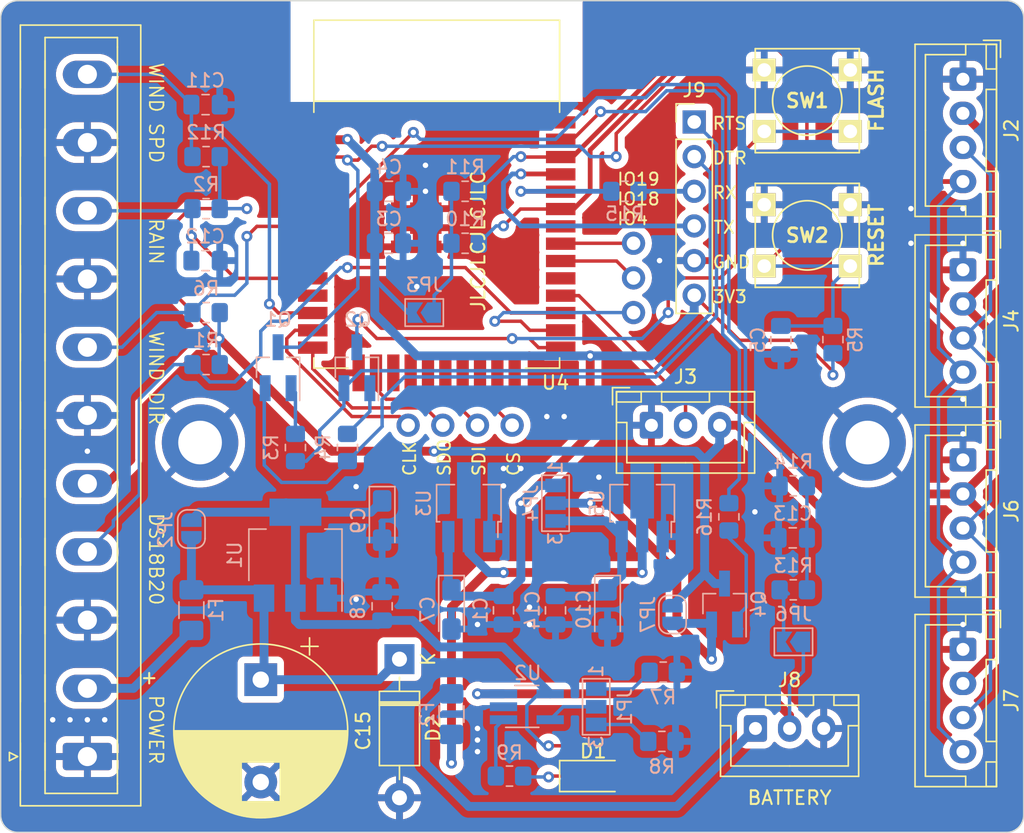
<source format=kicad_pcb>
(kicad_pcb (version 20221018) (generator pcbnew)
  (title_block (title "WeatherStation_V2") (date "2023-12-15") (rev "2.0") (company "Filada") (comment 1 "ESP32 Weather Station"))
  (layers (0 "F.Cu" signal) (31 "B.Cu" signal) (34 "B.Paste" user) (35 "F.Paste" user) (36 "B.SilkS" user "B.Silkscreen") (37 "F.SilkS" user "F.Silkscreen") (38 "B.Mask" user) (39 "F.Mask" user) (44 "Edge.Cuts" user))
  (net 0 "")
  (net 1 "+BATT")
  (net 2 "GND")
  (net 3 "+3.3V")
  (net 4 "/EN")
  (net 5 "Net-(D1-A)")
  (net 6 "VCC")
  (net 7 "/WIND_SPEED")
  (net 8 "/RAIN")
  (net 9 "/IO34")
  (net 10 "Net-(JP4-B)")
  (net 11 "Net-(D1-K)")
  (net 12 "Net-(J1-Pin_2)")
  (net 13 "/DS_DATA")
  (net 14 "/SDA")
  (net 15 "/SCL")
  (net 16 "/IO18")
  (net 17 "/IO19")
  (net 18 "/IO26")
  (net 19 "/IO32")
  (net 20 "/IO33")
  (net 21 "/DHT_DATA")
  (net 22 "/RTS")
  (net 23 "/DTR")
  (net 24 "/RX")
  (net 25 "/TX")
  (net 26 "+3V3")
  (net 27 "/WIND_DIRECTION")
  (net 28 "Net-(JP1-A)")
  (net 29 "Net-(JP1-C)")
  (net 30 "Net-(JP1-B)")
  (net 31 "Net-(JP4-C)")
  (net 32 "Net-(Q1-B)")
  (net 33 "Net-(Q2-B)")
  (net 34 "/IO0")
  (net 35 "Net-(Q4-B)")
  (net 36 "Net-(U2-~{CHRG})")
  (net 37 "Net-(U4-U0RXD{slash}GPIO3)")
  (net 38 "/SENSORS_SW")
  (net 41 "/CLK")
  (net 42 "/SDO")
  (net 43 "/SDI")
  (net 44 "/CS")
  (net 46 "/IO4")
  (net 48 "Net-(U3-VIN)")
  (net 49 "Net-(J8-Pin_1)")
  (net 50 "Net-(JP6-B)")
  (net 51 "Net-(JP3-A)")
  (footprint "Espressif:ESP32-WROOM-32E_HandSolder" (layer "F.Cu") (at 147.51 92.708964)
    (fp_text reference "U4")
    (fp_text value "ESP32-WROOM-E")
  )
  (footprint "Connector_JST:JST_XH_B3B-XH-A_1x03_P2.50mm_Vertical" (layer "F.Cu") (at 170.855 130.118964)
    (fp_text reference "J8")
    (fp_text value "BATTERY")
  )
  (footprint "Connector_PinHeader_2.54mm:PinHeader_1x03_P2.54mm_Vertical" (layer "F.Cu") (at 161.925 99.638964 180)
    (fp_text reference "GPIO1" hide)
    (fp_text value "Conn_01x03_Pin" hide)
  )
  (footprint "Connector_JST:JST_XH_B4B-XH-A_1x04_P2.50mm_Vertical" (layer "F.Cu") (at 186.055 82.533964 -90)
    (fp_text reference "J2")
    (fp_text value "I2C")
  )
  (footprint "Connector_JST:JST_XH_B4B-XH-A_1x04_P2.50mm_Vertical" (layer "F.Cu") (at 186.055 96.503964 -90)
    (fp_text reference "J4")
    (fp_text value "I2C")
  )
  (footprint "Diode_THT:D_DO-41_SOD81_P10.16mm_Horizontal" (layer "F.Cu") (at 144.78 125.038964 -90)
    (fp_text reference "D2")
    (fp_text value "1N4001")
  )
  (footprint "ScrewTerminal_Filada:ScrewTerminal_1x11_P5.00mm_Vertical" (layer "F.Cu") (at 121.92 132.178964 90)
    (fp_text reference "J1" hide)
    (fp_text value "Sensors + PWR")
  )
  (footprint "Mlab_SW:SW_PUSH_SMALL" (layer "F.Cu") (at 174.65 93.978964)
    (fp_text reference "SW2")
    (fp_text value "RESET")
  )
  (footprint "MountingHole:MountingHole_3.2mm_M3_DIN965_Pad" (layer "F.Cu") (at 179.07 109.163964)
    (fp_text reference "H1" hide)
    (fp_text value "MountingHole_Pad")
  )
  (footprint "Connector_JST:JST_XH_B4B-XH-A_1x04_P2.50mm_Vertical" (layer "F.Cu") (at 186.055 110.433964 -90)
    (fp_text reference "J6")
    (fp_text value "I2C")
  )
  (footprint "MountingHole:MountingHole_3.2mm_M3_DIN965_Pad" (layer "F.Cu") (at 130.175 109.163964)
    (fp_text reference "H2" hide)
    (fp_text value "MountingHole_Pad")
  )
  (footprint "Connector_JST:JST_XH_B3B-XH-A_1x03_P2.50mm_Vertical" (layer "F.Cu") (at 163.235 107.893964)
    (fp_text reference "J3")
    (fp_text value "DHT")
  )
  (footprint "Connector_PinHeader_2.54mm:PinHeader_1x06_P2.54mm_Vertical" (layer "F.Cu") (at 166.37 85.668964)
    (fp_text reference "J9")
    (fp_text value "PROG")
  )
  (footprint "LED_SMD:LED_1206_3216Metric_Pad1.42x1.75mm_HandSolder" (layer "F.Cu") (at 158.9725 133.608964)
    (fp_text reference "D1")
    (fp_text value "CHARGING")
  )
  (footprint "Mlab_SW:SW_PUSH_SMALL" (layer "F.Cu") (at 174.65 84.108964)
    (fp_text reference "SW1")
    (fp_text value "FLASH")
  )
  (footprint "Capacitor_THT:CP_Radial_D12.5mm_P7.50mm" (layer "F.Cu") (at 134.62 126.545005 -90)
    (fp_text reference "C15")
    (fp_text value "470uF")
  )
  (footprint "Connector_PinHeader_2.54mm:PinHeader_1x04_P2.54mm_Vertical" (layer "F.Cu") (at 153.035 107.893964 -90)
    (fp_text reference "J5" hide)
    (fp_text value "GPIO2" hide)
  )
  (footprint "Connector_JST:JST_XH_B4B-XH-A_1x04_P2.50mm_Vertical" (layer "F.Cu") (at 186.055 124.323964 -90)
    (fp_text reference "J7")
    (fp_text value "I2C")
  )
  (footprint "Resistor_SMD:R_0805_2012Metric_Pad1.20x1.40mm_HandSolder" (layer "B.Cu") (at 140.97 109.528964 -90)
    (fp_text reference "R4")
    (fp_text value "10K")
  )
  (footprint "Resistor_SMD:R_0805_2012Metric_Pad1.20x1.40mm_HandSolder" (layer "B.Cu") (at 164.1 125.988964)
    (fp_text reference "R7")
    (fp_text value "3K3")
  )
  (footprint "Capacitor_SMD:C_0805_2012Metric_Pad1.18x1.45mm_HandSolder" (layer "B.Cu") (at 130.5775 95.828964)
    (fp_text reference "C12")
    (fp_text value "10pF")
  )
  (footprint "Resistor_SMD:R_0805_2012Metric_Pad1.20x1.40mm_HandSolder" (layer "B.Cu") (at 173.625 119.958964)
    (fp_text reference "R13")
    (fp_text value "33K")
  )
  (footprint "Capacitor_Tantalum_SMD:CP_EIA-3216-18_Kemet-A_Pad1.58x1.35mm_HandSolder" (layer "B.Cu") (at 160.02 121.396464 -90)
    (fp_text reference "C10")
    (fp_text value "47uF")
  )
  (footprint "Package_TO_SOT_SMD:SOT-23_Handsoldering" (layer "B.Cu") (at 141.66 103.678964 90)
    (fp_text reference "Q2")
    (fp_text value "BC817")
  )
  (footprint "Resistor_SMD:R_0805_2012Metric_Pad1.20x1.40mm_HandSolder" (layer "B.Cu") (at 176.53 101.618964 90)
    (fp_text reference "R5")
    (fp_text value "10K")
  )
  (footprint "Package_TO_SOT_SMD:SOT-89-3_Handsoldering" (layer "B.Cu") (at 162.56 113.608964 90)
    (fp_text reference "U5")
    (fp_text value "HT7833-SOT89")
  )
  (footprint "Capacitor_SMD:C_0805_2012Metric_Pad1.18x1.45mm_HandSolder" (layer "B.Cu") (at 156.21 121.461464 -90)
    (fp_text reference "C14")
    (fp_text value "100nF")
  )
  (footprint "Resistor_SMD:R_0805_2012Metric_Pad1.20x1.40mm_HandSolder" (layer "B.Cu") (at 152.84 133.608964 180)
    (fp_text reference "R9")
    (fp_text value "1K")
  )
  (footprint "Resistor_SMD:R_0805_2012Metric_Pad1.20x1.40mm_HandSolder" (layer "B.Cu") (at 137.16 109.528964 -90)
    (fp_text reference "R3")
    (fp_text value "10K")
  )
  (footprint "Package_TO_SOT_SMD:SOT-89-3_Handsoldering" (layer "B.Cu") (at 149.86 113.608964 90)
    (fp_text reference "U3")
    (fp_text value "HT7833-SOT89")
  )
  (footprint "Capacitor_SMD:C_0805_2012Metric_Pad1.18x1.45mm_HandSolder" (layer "B.Cu") (at 173.5875 116.148964 180)
    (fp_text reference "C13")
    (fp_text value "100nF")
  )
  (footprint "Package_TO_SOT_SMD:TSOT-23-5_HandSoldering" (layer "B.Cu") (at 154.11 128.528964)
    (fp_text reference "U2")
    (fp_text value "TP4054")
  )
  (footprint "Resistor_SMD:R_0805_2012Metric_Pad1.20x1.40mm_HandSolder" (layer "B.Cu") (at 161.29 90.748964)
    (fp_text reference "R15")
    (fp_text value "470R")
  )
  (footprint "Capacitor_SMD:C_0805_2012Metric_Pad1.18x1.45mm_HandSolder" (layer "B.Cu") (at 130.5775 84.398964)
    (fp_text reference "C11")
    (fp_text value "10pF")
  )
  (footprint "Capacitor_SMD:C_0805_2012Metric_Pad1.18x1.45mm_HandSolder" (layer "B.Cu") (at 144.0075 90.748964)
    (fp_text reference "C4")
    (fp_text value "22uF")
  )
  (footprint "Jumper:SolderJumper-3_P1.3mm_Open_Pad1.0x1.5mm_NumberLabels" (layer "B.Cu") (at 156.21 113.608964 -90)
    (fp_text reference "JP4")
    (fp_text value "PWR_SELECT")
  )
  (footprint "Jumper:SolderJumper-3_P1.3mm_Open_Pad1.0x1.5mm_NumberLabels" (layer "B.Cu") (at 159.19 128.528964 -90)
    (fp_text reference "JP1")
    (fp_text value "CH_CURRENT")
  )
  (footprint "Fuse:Fuse_1206_3216Metric_Pad1.42x1.75mm_HandSolder" (layer "B.Cu") (at 148.59 129.066464 -90)
    (fp_text reference "F2")
    (fp_text value "0,5A")
  )
  (footprint "Capacitor_SMD:C_0805_2012Metric_Pad1.18x1.45mm_HandSolder" (layer "B.Cu") (at 152.4 121.461464 -90)
    (fp_text reference "C1")
    (fp_text value "100nF")
  )
  (footprint "Resistor_SMD:R_0805_2012Metric_Pad1.20x1.40mm_HandSolder" (layer "B.Cu") (at 173.625 112.338964 180)
    (fp_text reference "R14")
    (fp_text value "100K")
  )
  (footprint "Jumper:SolderJumper-2_P1.3mm_Open_RoundedPad1.0x1.5mm" (layer "B.Cu") (at 164.78 121.768964 -90)
    (fp_text reference "JP7")
    (fp_text value "6V SOLAR")
  )
  (footprint "Resistor_SMD:R_0805_2012Metric_Pad1.20x1.40mm_HandSolder" (layer "B.Cu") (at 164 131.068964)
    (fp_text reference "R8")
    (fp_text value "1K65")
  )
  (footprint "Jumper:SolderJumper-2_P1.3mm_Open_TrianglePad1.0x1.5mm" (layer "B.Cu") (at 146.595 99.638964 180)
    (fp_text reference "JP3")
    (fp_text value "I2C_PULLUPS")
  )
  (footprint "Resistor_SMD:R_0805_2012Metric_Pad1.20x1.40mm_HandSolder" (layer "B.Cu") (at 130.615 99.638964 180)
    (fp_text reference "R6")
    (fp_text value "10K")
  )
  (footprint "Resistor_SMD:R_0805_2012Metric_Pad1.20x1.40mm_HandSolder" (layer "B.Cu") (at 130.615 92.018964 180)
    (fp_text reference "R2")
    (fp_text value "1K")
  )
  (footprint "Capacitor_Tantalum_SMD:CP_EIA-3216-18_Kemet-A_Pad1.58x1.35mm_HandSolder" (layer "B.Cu") (at 148.59 121.396464 -90)
    (fp_text reference "C7")
    (fp_text value "47uF")
  )
  (footprint "Resistor_SMD:R_0805_2012Metric_Pad1.20x1.40mm_HandSolder" (layer "B.Cu") (at 149.59 90.748964)
    (fp_text reference "R11")
    (fp_text value "10K")
  )
  (footprint "Capacitor_SMD:C_0805_2012Metric_Pad1.18x1.45mm_HandSolder" (layer "B.Cu") (at 143.51 121.163964 90)
    (fp_text reference "C8")
    (fp_text value "100nF")
  )
  (footprint "Resistor_SMD:R_0805_2012Metric_Pad1.20x1.40mm_HandSolder" (layer "B.Cu") (at 130.615 88.208964 180)
    (fp_text reference "R12")
    (fp_text value "1K")
  )
  (footprint "Resistor_SMD:R_0805_2012Metric_Pad1.20x1.40mm_HandSolder" (layer "B.Cu") (at 149.59 94.558964)
    (fp_text reference "R10")
    (fp_text value "10K")
  )
  (footprint "Fuse:Fuse_1206_3216Metric_Pad1.42x1.75mm_HandSolder" (layer "B.Cu") (at 129.54 121.446464 90)
    (fp_text reference "F1")
    (fp_text value "0,5A")
  )
  (footprint "Resistor_SMD:R_0805_2012Metric_Pad1.20x1.40mm_HandSolder" (layer "B.Cu") (at 168.91 114.608964 -90)
    (fp_text reference "R16")
    (fp_text value "1K")
  )
  (footprint "Jumper:SolderJumper-2_P1.3mm_Open_TrianglePad1.0x1.5mm" (layer "B.Cu") (at 173.640118 123.768964 180)
    (fp_text reference "JP6")
    (fp_text value "ADC-BAT")
  )
  (footprint "Capacitor_Tantalum_SMD:CP_EIA-3216-18_Kemet-A_Pad1.58x1.35mm_HandSolder" (layer "B.Cu") (at 143.51 114.878964 -90)
    (fp_text reference "C9")
    (fp_text value "47uF")
  )
  (footprint "Package_TO_SOT_SMD:SOT-223-3_TabPin2" (layer "B.Cu") (at 137.16 117.418964 90)
    (fp_text reference "U1")
    (fp_text value "AMS1117-5.0")
  )
  (footprint "Package_TO_SOT_SMD:SOT-23_Handsoldering" (layer "B.Cu") (at 168.59 120.998964 90)
    (fp_text reference "Q4")
    (fp_text value "BC807")
  )
  (footprint "Resistor_SMD:R_0805_2012Metric_Pad1.20x1.40mm_HandSolder" (layer "B.Cu") (at 130.615 103.448964 180)
    (fp_text reference "R1")
    (fp_text value "4K7")
  )
  (footprint "Jumper:SolderJumper-2_P1.3mm_Open_RoundedPad1.0x1.5mm" (layer "B.Cu") (at 129.54 115.498964 90)
    (fp_text reference "JP2")
    (fp_text value "6V SOLAR")
  )
  (footprint "Capacitor_SMD:C_0805_2012Metric_Pad1.18x1.45mm_HandSolder" (layer "B.Cu") (at 144.0075 94.558964)
    (fp_text reference "C3")
    (fp_text value "100nF")
  )
  (footprint "Package_TO_SOT_SMD:SOT-23_Handsoldering" (layer "B.Cu") (at 135.89 103.678964 90)
    (fp_text reference "Q1")
    (fp_text value "BC817")
  )
  (footprint "Capacitor_SMD:C_0805_2012Metric_Pad1.18x1.45mm_HandSolder" (layer "B.Cu") (at 172.72 101.656464 -90)
    (fp_text reference "C5")
    (fp_text value "100nF")
  )
  (gr_arc (start 116.84 137.738964) (mid 115.941974 137.36699) (end 115.57 136.468964) (stroke (width 0.1)) (layer "Edge.Cuts"))
  (gr_line (start 116.84 137.738964) (end 189.23 137.738964) (stroke (width 0.1)) (layer "Edge.Cuts"))
  (gr_arc (start 190.5 136.468964) (mid 190.128026 137.36699) (end 189.23 137.738964) (stroke (width 0.1)) (layer "Edge.Cuts"))
  (gr_arc (start 115.57 78.048964) (mid 115.941974 77.150938) (end 116.84 76.778964) (stroke (width 0.1)) (layer "Edge.Cuts"))
  (gr_line (start 189.23 76.778964) (end 116.84 76.778964) (stroke (width 0.1)) (layer "Edge.Cuts"))
  (gr_line (start 115.57 78.048964) (end 115.57 136.468964) (stroke (width 0.1)) (layer "Edge.Cuts"))
  (gr_line (start 190.5 136.468964) (end 190.5 78.048964) (stroke (width 0.1)) (layer "Edge.Cuts"))
  (gr_arc (start 189.23 76.778964) (mid 190.128026 77.150938) (end 190.5 78.048964) (stroke (width 0.1)) (layer "Edge.Cuts"))
  (gr_text "DS18B20" (at 126.365 114.243964 -90) (layer "F.SilkS") (effects (font (size 1 1) (thickness 0.125)) (justify left bottom)))
  (gr_text "3V3" (at 167.64 99.003964) (layer "F.SilkS") (effects (font (size 0.9 0.9) (thickness 0.14)) (justify left bottom)))
  (gr_text "CLK" (at 146.05 111.703964 90) (layer "F.SilkS") (effects (font (size 0.9 0.9) (thickness 0.14)) (justify left bottom)))
  (gr_text "GND" (at 167.64 96.463964) (layer "F.SilkS") (effects (font (size 0.9 0.9) (thickness 0.14)) (justify left bottom)))
  (gr_text "RTS" (at 167.64 86.303964) (layer "F.SilkS") (effects (font (size 0.9 0.9) (thickness 0.14)) (justify left bottom)))
  (gr_text "DTR" (at 167.64 88.843964) (layer "F.SilkS") (effects (font (size 0.9 0.9) (thickness 0.14)) (justify left bottom)))
  (gr_text "SDI" (at 151.13 111.703964 90) (layer "F.SilkS") (effects (font (size 0.9 0.9) (thickness 0.14)) (justify left bottom)))
  (gr_text "JLCJLCJLCJLC" (at 151.13 99.638964 90) (layer "F.SilkS") (effects (font (size 1 1)) (justify left bottom)))
  (gr_text "TX" (at 167.7 93.923964) (layer "F.SilkS") (effects (font (size 0.9 0.9) (thickness 0.14)) (justify left bottom)))
  (gr_text "POWER" (at 126.365 127.578964 -90) (layer "F.SilkS") (effects (font (size 1 1) (thickness 0.125)) (justify left bottom)))
  (gr_text "SDO" (at 148.59 111.703964 90) (layer "F.SilkS") (effects (font (size 0.9 0.9) (thickness 0.14)) (justify left bottom)))
  (gr_text "BATTERY" (at 173.355 135.198964) (layer "F.SilkS") (effects (font (size 1 1))))
  (gr_text "+" (at 125.73 126.943964) (layer "F.SilkS") (effects (font (size 1 1)) (justify left bottom)))
  (gr_text "WIND DIR" (at 126.365 100.908964 -90) (layer "F.SilkS") (effects (font (size 1 1) (thickness 0.125)) (justify left bottom)))
  (gr_text "WIND SPD" (at 126.365 81.223964 -90) (layer "F.SilkS") (effects (font (size 1 1) (thickness 0.125)) (justify left bottom)))
  (gr_text "RX" (at 167.64 91.383964) (layer "F.SilkS") (effects (font (size 0.9 0.9) (thickness 0.14)) (justify left bottom)))
  (gr_text "IO19\nIO18\nIO4" (at 160.655 93.288964) (layer "F.SilkS") (effects (font (size 0.9 0.9) (thickness 0.14)) (justify left bottom)))
  (gr_text "CS" (at 153.67 111.703964 90) (layer "F.SilkS") (effects (font (size 0.9 0.9) (thickness 0.14)) (justify left bottom)))
  (gr_text "RAIN" (at 126.365 92.653964 -90) (layer "F.SilkS") (effects (font (size 1 1) (thickness 0.125)) (justify left bottom)))
  (segment (start 150.495 127.578964) (end 171.7675 127.578964) (width 0.65) (layer "F.Cu") (net 1))
  (segment (start 171.7675 127.578964) (end 173.355 129.166464) (width 0.65) (layer "F.Cu") (net 1))
  (segment (start 173.355 129.166464) (end 173.355 130.118964) (width 0.65) (layer "F.Cu") (net 1))
  (via (at 150.495 127.578964) (size 0.8) (drill 0.4) (layers "F.Cu" "B.Cu") (net 1))
  (segment (start 174.365118 125.933846) (end 174.365118 123.768964) (width 0.254) (layer "B.Cu") (net 1))
  (segment (start 173.355 126.943964) (end 173.355 130.118964) (width 0.254) (layer "B.Cu") (net 1))
  (segment (start 173.355 126.943964) (end 174.365118 125.933846) (width 0.254) (layer "B.Cu") (net 1))
  (segment (start 152.4 127.578964) (end 150.495 127.578964) (width 0.65) (layer "B.Cu") (net 1))
  (via (at 186.055 119.958964) (size 0.8) (drill 0.4) (layers "F.Cu" "B.Cu") (net 2))
  (via (at 146.05 97.733964) (size 0.8) (drill 0.4) (layers "F.Cu" "B.Cu") (net 2))
  (via (at 186.055 105.988964) (size 0.8) (drill 0.4) (layers "F.Cu" "B.Cu") (net 2))
  (via (at 182.245 94.558964) (size 0.8) (drill 0.4) (layers "F.Cu" "B.Cu") (net 2))
  (via (at 163.83 95.828964) (size 0.8) (drill 0.4) (layers "F.Cu" "B.Cu") (net 2))
  (via (at 186.055 108.528964) (size 0.8) (drill 0.4) (layers "F.Cu" "B.Cu") (net 2))
  (via (at 141.605 112.395) (size 0.8) (drill 0.4) (layers "F.Cu" "B.Cu") (net 2))
  (via (at 121.92 109.798964) (size 0.8) (drill 0.4) (layers "F.Cu" "B.Cu") (net 2))
  (via (at 123.19 129.483964) (size 0.8) (drill 0.4) (layers "F.Cu" "B.Cu") (net 2))
  (via (at 121.92 129.483964) (size 0.8) (drill 0.4) (layers "F.Cu" "B.Cu") (net 2))
  (via (at 155.575 107.258964) (size 0.8) (drill 0.4) (layers "F.Cu" "B.Cu") (net 2))
  (via (at 152.4 112.338964) (size 0.8) (drill 0.4) (layers "F.Cu" "B.Cu") (net 2))
  (via (at 120.65 129.483964) (size 0.8) (drill 0.4) (layers "F.Cu" "B.Cu") (net 2))
  (via (at 154.305 122.498964) (size 0.8) (drill 0.4) (layers "F.Cu" "B.Cu") (net 2))
  (via (at 150.495 130.968467) (size 0.8) (drill 0.4) (layers "F.Cu" "B.Cu") (net 2))
  (via (at 159.385 111.703964) (size 0.8) (drill 0.4) (layers "F.Cu" "B.Cu") (net 2))
  (via (at 154.305 121.228964) (size 0.8) (drill 0.4) (layers "F.Cu" "B.Cu") (net 2))
  (via (at 150.495 131.81797) (size 0.8) (drill 0.4) (layers "F.Cu" "B.Cu") (net 2))
  (via (at 150.495 130.118964) (size 0.8) (drill 0.4) (layers "F.Cu" "B.Cu") (net 2))
  (via (at 186.055 94.558964) (size 0.8) (drill 0.4) (layers "F.Cu" "B.Cu") (net 2))
  (via (at 141.605 120.65) (size 0.8) (drill 0.4) (layers "F.Cu" "B.Cu") (net 2))
  (via (at 152.4 111.068964) (size 0.8) (drill 0.4) (layers "F.Cu" "B.Cu") (net 2))
  (via (at 182.245 92.018964) (size 0.8) (drill 0.4) (layers "F.Cu" "B.Cu") (net 2))
  (via (at 146.685 90.748964) (size 0.8) (drill 0.4) (layers "F.Cu" "B.Cu") (net 2))
  (via (at 146.685 88.843964) (size 0.8) (drill 0.4) (layers "F.Cu" "B.Cu") (net 2))
  (via (at 153.67 111.068964) (size 0.8) (drill 0.4) (layers "F.Cu" "B.Cu") (net 2))
  (via (at 186.055 122.498964) (size 0.8) (drill 0.4) (layers "F.Cu" "B.Cu") (net 2))
  (via (at 119.38 129.483964) (size 0.8) (drill 0.4) (layers "F.Cu" "B.Cu") (net 2))
  (via (at 170.815 114.243964) (size 0.8) (drill 0.4) (layers "F.Cu" "B.Cu") (net 2))
  (via (at 186.055 92.018964) (size 0.8) (drill 0.4) (layers "F.Cu" "B.Cu") (net 2))
  (via (at 156.845 107.258964) (size 0.8) (drill 0.4) (layers "F.Cu" "B.Cu") (net 2))
  (via (at 150.495 122.498964) (size 0.8) (drill 0.4) (layers "F.Cu" "B.Cu") (net 2))
  (segment (start 172.899882 112.413964) (end 172.974882 112.338964) (width 0.254) (layer "B.Cu") (net 2))
  (segment (start 176.53 104.210964) (end 176.53 103.956964) (width 0.254) (layer "F.Cu") (net 3))
  (segment (start 158.75 108.528964) (end 158.75 102.813964) (width 0.65) (layer "F.Cu") (net 3))
  (segment (start 140.94 86.968964) (end 140.97 86.938964) (width 0.254) (layer "F.Cu") (net 3))
  (segment (start 174.244 101.670964) (end 169.672 101.670964) (width 0.254) (layer "F.Cu") (net 3))
  (segment (start 176.53 103.956964) (end 174.244 101.670964) (width 0.254) (layer "F.Cu") (net 3))
  (segment (start 169.672 101.670964) (end 166.37 98.368964) (width 0.254) (layer "F.Cu") (net 3))
  (segment (start 153.67 113.608964) (end 158.75 108.528964) (width 0.65) (layer "F.Cu") (net 3))
  (segment (start 138.43 86.968964) (end 140.94 86.968964) (width 0.65) (layer "F.Cu") (net 3))
  (via (at 140.97 86.938964) (size 0.8) (drill 0.4) (layers "F.Cu" "B.Cu") (net 3))
  (via (at 158.75 102.813964) (size 0.8) (drill 0.4) (layers "F.Cu" "B.Cu") (net 3))
  (via (at 153.67 113.608964) (size 0.8) (drill 0.4) (layers "F.Cu" "B.Cu") (net 3))
  (via (at 176.53 104.210964) (size 0.8) (drill 0.4) (layers "F.Cu" "B.Cu") (net 3))
  (segment (start 153.67 119.153964) (end 152.4 120.423964) (width 0.65) (layer "B.Cu") (net 3))
  (segment (start 142.97 90.748964) (end 142.97 88.938964) (width 0.65) (layer "B.Cu") (net 3))
  (segment (start 146.05 102.813964) (end 158.75 102.813964) (width 0.65) (layer "B.Cu") (net 3))
  (segment (start 153.67 113.728964) (end 153.67 113.728964) (width 0.65) (layer "B.Cu") (net 3))
  (segment (start 142.97 97.193964) (end 142.97 94.558964) (width 0.35) (layer "B.Cu") (net 3))
  (segment (start 142.97 90.748964) (end 142.97 94.558964) (width 0.65) (layer "B.Cu") (net 3))
  (segment (start 148.36 116.058964) (end 148.36 119.728964) (width 0.65) (layer "B.Cu") (net 3))
  (segment (start 163.195 102.813964) (end 166.37 99.638964) (width 0.65) (layer "B.Cu") (net 3))
  (segment (start 145.87 99.638964) (end 145.415 99.638964) (width 0.35) (layer "B.Cu") (net 3))
  (segment (start 166.37 99.638964) (end 166.37 98.368964) (width 0.65) (layer "B.Cu") (net 3))
  (segment (start 152.4 120.423964) (end 149.055 120.423964) (width 0.65) (layer "B.Cu") (net 3))
  (segment (start 148.36 119.728964) (end 148.59 119.958964) (width 0.65) (layer "B.Cu") (net 3))
  (segment (start 153.67 113.728964) (end 153.67 119.153964) (width 0.65) (layer "B.Cu") (net 3))
  (segment (start 156.21 112.308964) (end 154.97 112.308964) (width 0.65) (layer "B.Cu") (net 3))
  (segment (start 142.97 99.733964) (end 146.05 102.813964) (width 0.65) (layer "B.Cu") (net 3))
  (segment (start 176.53 102.618964) (end 176.53 104.210964) (width 0.254) (layer "B.Cu") (net 3))
  (segment (start 158.75 102.813964) (end 163.195 102.813964) (width 0.65) (layer "B.Cu") (net 3))
  (segment (start 154.97 112.308964) (end 153.67 113.608964) (width 0.65) (layer "B.Cu") (net 3))
  (segment (start 153.67 113.608964) (end 153.67 113.728964) (width 0.65) (layer "B.Cu") (net 3))
  (segment (start 142.97 88.938964) (end 140.97 86.938964) (width 0.65) (layer "B.Cu") (net 3))
  (segment (start 149.055 120.423964) (end 148.59 119.958964) (width 0.65) (layer "B.Cu") (net 3))
  (segment (start 145.415 99.638964) (end 142.97 97.193964) (width 0.35) (layer "B.Cu") (net 3))
  (segment (start 142.97 94.558964) (end 142.97 99.733964) (width 0.65) (layer "B.Cu") (net 3))
  (segment (start 142.748 87.446964) (end 141.732 88.462964) (width 0.254) (layer "F.Cu") (net 4))
  (segment (start 166.805754 80.370964) (end 160.655 86.521718) (width 0.254) (layer "F.Cu") (net 4))
  (segment (start 171.5 96.228964) (end 174.625 93.103964) (width 0.254) (layer "F.Cu") (net 4))
  (segment (start 140.746 88.238964) (end 138.43 88.238964) (width 0.254) (layer "F.Cu") (net 4))
  (segment (start 160.655 86.521718) (end 160.655 88.208964) (width 0.254) (layer "F.Cu") (net 4))
  (segment (start 174.625 82.493964) (end 172.502 80.370964) (width 0.254) (layer "F.Cu") (net 4))
  (segment (start 172.502 80.370964) (end 166.805754 80.370964) (width 0.254) (layer "F.Cu") (net 4))
  (segment (start 141.732 88.462964) (end 140.97 88.462964) (width 0.254) (layer "F.Cu") (net 4))
  (segment (start 174.625 93.103964) (end 174.625 82.493964) (width 0.254) (layer "F.Cu") (net 4))
  (segment (start 140.97 88.462964) (end 140.746 88.238964) (width 0.254) (layer "F.Cu") (net 4))
  (segment (start 143.51 87.446964) (end 142.748 87.446964) (width 0.254) (layer "F.Cu") (net 4))
  (via (at 140.97 88.462964) (size 0.8) (drill 0.4) (layers "F.Cu" "B.Cu") (net 4))
  (via (at 160.655 88.208964) (size 0.8) (drill 0.4) (layers "F.Cu" "B.Cu") (net 4))
  (via (at 143.51 87.446964) (size 0.8) (drill 0.4) (layers "F.Cu" "B.Cu") (net 4))
  (segment (start 160.655 88.208964) (end 158.75 88.208964) (width 0.254) (layer "B.Cu") (net 4))
  (segment (start 176.53 100.618964) (end 172.72 100.618964) (width 0.254) (layer "B.Cu") (net 4))
  (segment (start 143.51 87.446964) (end 143.516067 87.446964) (width 0.254) (layer "B.Cu") (net 4))
  (segment (start 176.53 97.498964) (end 177.8 96.228964) (width 0.254) (layer "B.Cu") (net 4))
  (segment (start 157.988 87.446964) (end 143.51 87.446964) (width 0.254) (layer "B.Cu") (net 4))
  (segment (start 176.53 100.618964) (end 176.53 97.498964) (width 0.254) (layer "B.Cu") (net 4))
  (segment (start 141.732 89.224964) (end 140.97 88.462964) (width 0.254) (layer "B.Cu") (net 4))
  (segment (start 141.732 97.860964) (end 141.732 89.224964) (width 0.254) (layer "B.Cu") (net 4))
  (segment (start 158.75 88.208964) (end 157.988 87.446964) (width 0.254) (layer "B.Cu") (net 4))
  (segment (start 171.5 96.228964) (end 177.8 96.228964) (width 0.254) (layer "B.Cu") (net 4))
  (segment (start 135.89 102.178964) (end 137.414 102.178964) (width 0.254) (layer "B.Cu") (net 4))
  (segment (start 137.414 102.178964) (end 141.732 97.860964) (width 0.254) (layer "B.Cu") (net 4))
  (segment (start 155.702 131.388964) (end 158.24 131.388964) (width 0.254) (layer "F.Cu") (net 5))
  (segment (start 158.24 131.388964) (end 160.46 133.608964) (width 0.254) (layer "F.Cu") (net 5))
  (via (at 155.702 131.388964) (size 0.8) (drill 0.4) (layers "F.Cu" "B.Cu") (net 5))
  (segment (start 137.44 122.498964) (end 143.2125 122.498964) (width 0.65) (layer "B.Cu") (net 5))
  (segment (start 155.355 131.388964) (end 154.11 130.143964) (width 0.254) (layer "B.Cu") (net 5))
  (segment (start 137.16 114.268964) (end 130.12 114.268964) (width 0.65) (layer "B.Cu") (net 5))
  (segment (start 147.6975 124.146464) (end 145.7525 122.201464) (width 0.65) (layer "B.Cu") (net 5))
  (segment (start 130.12 114.268964) (end 129.54 114.848964) (width 0.65) (layer "B.Cu") (net 5))
  (segment (start 155.82 127.578964) (end 155.06 127.578964) (width 0.254) (layer "B.Cu") (net 5))
  (segment (start 142.6825 114.268964) (end 143.51 113.441464) (width 0.65) (layer "B.Cu") (net 5))
  (segment (start 136.47 113.578964) (end 137.16 114.268964) (width 0.65) (layer "B.Cu") (net 5))
  (segment (start 155.82 127.578964) (end 152.3875 124.146464) (width 0.65) (layer "B.Cu") (net 5))
  (segment (start 137.16 114.268964) (end 142.6825 114.268964) (width 0.65) (layer "B.Cu") (net 5))
  (segment (start 154.11 130.143964) (end 154.11 128.443964) (width 0.254) (layer "B.Cu") (net 5))
  (segment (start 137.16 120.568964) (end 137.16 122.218964) (width 0.65) (layer "B.Cu") (net 5))
  (segment (start 145.7525 122.201464) (end 143.51 122.201464) (width 0.65) (layer "B.Cu") (net 5))
  (segment (start 137.16 120.568964) (end 137.16 114.268964) (width 0.65) (layer "B.Cu") (net 5))
  (segment (start 143.2125 122.498964) (end 143.51 122.201464) (width 0.65) (layer "B.Cu") (net 5))
  (segment (start 137.16 122.218964) (end 137.44 122.498964) (width 0.65) (layer "B.Cu") (net 5))
  (segment (start 152.3875 124.146464) (end 147.6975 124.146464) (width 0.65) (layer "B.Cu") (net 5))
  (segment (start 155.702 131.388964) (end 155.355 131.388964) (width 0.254) (layer "B.Cu") (net 5))
  (segment (start 154.11 128.443964) (end 154.975 127.578964) (width 0.254) (layer "B.Cu") (net 5))
  (segment (start 154.975 127.578964) (end 155.82 127.578964) (width 0.254) (layer "B.Cu") (net 5))
  (segment (start 129.54 119.958964) (end 129.54 116.148964) (width 0.65) (layer "B.Cu") (net 6))
  (segment (start 143.273959 126.545005) (end 144.78 125.038964) (width 0.65) (layer "B.Cu") (net 6))
  (segment (start 134.62 126.545005) (end 143.273959 126.545005) (width 0.65) (layer "B.Cu") (net 6))
  (segment (start 134.86 126.305005) (end 134.62 126.545005) (width 0.65) (layer "B.Cu") (net 6))
  (segment (start 129.54 119.958964) (end 134.25 119.958964) (width 0.65) (layer "B.Cu") (net 6))
  (segment (start 134.86 120.568964) (end 134.86 126.305005) (width 0.65) (layer "B.Cu") (net 6))
  (segment (start 134.25 119.958964) (end 134.86 120.568964) (width 0.65) (layer "B.Cu") (net 6))
  (segment (start 135.255 99.003964) (end 135.92 99.668964) (width 0.254) (layer "F.Cu") (net 7))
  (segment (start 135.92 99.668964) (end 138.43 99.668964) (width 0.254) (layer "F.Cu") (net 7))
  (via (at 135.255 99.003964) (size 0.8) (drill 0.4) (layers "F.Cu" "B.Cu") (net 7))
  (segment (start 129.54 84.398964) (end 129.54 86.176964) (width 0.254) (layer "B.Cu") (net 7))
  (segment (start 135.255 99.003964) (end 135.255 90.226036) (width 0.254) (layer "B.Cu") (net 7))
  (segment (start 127.32 82.178964) (end 129.54 84.398964) (width 0.254) (layer "B.Cu") (net 7))
  (segment (start 131.205928 86.176964) (end 129.54 86.176964) (width 0.254) (layer "B.Cu") (net 7))
  (segment (start 129.54 88.133964) (end 129.615 88.208964) (width 0.254) (layer "B.Cu") (net 7))
  (segment (start 129.54 86.176964) (end 129.54 88.133964) (width 0.254) (layer "B.Cu") (net 7))
  (segment (start 135.255 90.226036) (end 131.205928 86.176964) (width 0.254) (layer "B.Cu") (net 7))
  (segment (start 121.92 82.178964) (end 127.32 82.178964) (width 0.254) (layer "B.Cu") (net 7))
  (segment (start 129.667 94.050964) (end 132.745 97.128964) (width 0.254) (layer "F.Cu") (net 8))
  (segment (start 129.54 94.050964) (end 129.667 94.050964) (width 0.254) (layer "F.Cu") (net 8))
  (segment (start 132.745 97.128964) (end 138.43 97.128964) (width 0.254) (layer "F.Cu") (net 8))
  (via (at 129.54 94.050964) (size 0.8) (drill 0.4) (layers "F.Cu" "B.Cu") (net 8))
  (segment (start 129.54 95.828964) (end 129.54 94.050964) (width 0.254) (layer "B.Cu") (net 8))
  (segment (start 129.455 92.178964) (end 129.615 92.018964) (width 0.254) (layer "B.Cu") (net 8))
  (segment (start 129.54 94.050964) (end 129.54 92.093964) (width 0.254) (layer "B.Cu") (net 8))
  (segment (start 121.92 92.178964) (end 129.455 92.178964) (width 0.254) (layer "B.Cu") (net 8))
  (segment (start 129.54 92.093964) (end 129.615 92.018964) (width 0.254) (layer "B.Cu") (net 8))
  (segment (start 140.178 92.048964) (end 138.43 92.048964) (width 0.254) (layer "F.Cu") (net 9))
  (segment (start 145.796 86.430964) (end 140.178 92.048964) (width 0.254) (layer "F.Cu") (net 9))
  (via (at 145.796 86.430964) (size 0.8) (drill 0.4) (layers "F.Cu" "B.Cu") (net 9))
  (segment (start 168.909 83.755911) (end 168.082052 82.928964) (width 0.254) (layer "B.Cu") (net 9))
  (segment (start 174.974882 112.338964) (end 174.974882 112.053846) (width 0.254) (layer "B.Cu") (net 9))
  (segment (start 156.21 86.938964) (end 146.304 86.938964) (width 0.254) (layer "B.Cu") (net 9))
  (segment (start 174.625 112.338964) (end 174.625 111.703964) (width 0.254) (layer "B.Cu") (net 9))
  (segment (start 168.082052 82.928964) (end 163.776 82.928964) (width 0.254) (layer "B.Cu") (net 9))
  (segment (start 159.258 83.890964) (end 156.21 86.938964) (width 0.254) (layer "B.Cu") (net 9))
  (segment (start 162.814 83.890964) (end 159.258 83.890964) (width 0.254) (layer "B.Cu") (net 9))
  (segment (start 168.909 101.027912) (end 168.909 83.755911) (width 0.254) (layer "B.Cu") (net 9))
  (segment (start 174.625 111.703964) (end 170.126 107.204964) (width 0.254) (layer "B.Cu") (net 9))
  (segment (start 170.126 107.204964) (end 170.126 102.244911) (width 0.254) (layer "B.Cu") (net 9))
  (segment (start 174.625 112.338964) (end 174.625 119.958964) (width 0.254) (layer "B.Cu") (net 9))
  (segment (start 163.776 82.928964) (end 162.814 83.890964) (width 0.254) (layer "B.Cu") (net 9))
  (segment (start 146.304 86.938964) (end 145.796 86.430964) (width 0.254) (layer "B.Cu") (net 9))
  (segment (start 170.126 102.244911) (end 168.909 101.027912) (width 0.254) (layer "B.Cu") (net 9))
  (segment (start 156.21 114.908964) (end 159.91 114.908964) (width 0.65) (layer "B.Cu") (net 10))
  (segment (start 161.06 118.918964) (end 160.02 119.958964) (width 0.65) (layer "B.Cu") (net 10))
  (segment (start 159.555 120.423964) (end 160.02 119.958964) (width 0.65) (layer "B.Cu") (net 10))
  (segment (start 156.21 120.423964) (end 159.555 120.423964) (width 0.65) (layer "B.Cu") (net 10))
  (segment (start 159.91 114.908964) (end 161.06 116.058964) (width 0.65) (layer "B.Cu") (net 10))
  (segment (start 161.06 116.058964) (end 161.06 118.918964) (width 0.65) (layer "B.Cu") (net 10))
  (segment (start 155.768 133.608964) (end 157.485 133.608964) (width 0.254) (layer "F.Cu") (net 11))
  (segment (start 155.702 133.674964) (end 155.768 133.608964) (width 0.254) (layer "F.Cu") (net 11))
  (via (at 155.702 133.674964) (size 0.8) (drill 0.4) (layers "F.Cu" "B.Cu") (net 11))
  (segment (start 153.906 133.674964) (end 153.84 133.608964) (width 0.254) (layer "B.Cu") (net 11))
  (segment (start 155.702 133.674964) (end 153.906 133.674964) (width 0.254) (layer "B.Cu") (net 11))
  (segment (start 121.92 127.178964) (end 125.295 127.178964) (width 0.65) (layer "B.Cu") (net 12))
  (segment (start 125.295 127.178964) (end 129.54 122.933964) (width 0.65) (layer "B.Cu") (net 12))
  (segment (start 149.606 96.336964) (end 152.938 99.668964) (width 0.254) (layer "F.Cu") (net 13))
  (segment (start 152.938 99.668964) (end 156.59 99.668964) (width 0.254) (layer "F.Cu") (net 13))
  (segment (start 140.97 96.336964) (end 149.606 96.336964) (width 0.254) (layer "F.Cu") (net 13))
  (segment (start 140.8785 96.336964) (end 140.97 96.336964) (width 0.254) (layer "F.Cu") (net 13))
  (via (at 140.97 96.336964) (size 0.8) (drill 0.4) (layers "F.Cu" "B.Cu") (net 13))
  (segment (start 141.0055 96.336964) (end 140.987 96.355464) (width 0.254) (layer "B.Cu") (net 13))
  (segment (start 140.462 96.336964) (end 136.525 100.273964) (width 0.254) (layer "B.Cu") (net 13))
  (segment (start 128.27 103.448964) (end 129.615 103.448964) (width 0.254) (layer "B.Cu") (net 13))
  (segment (start 130.885 104.718964) (end 129.615 103.448964) (width 0.254) (layer "B.Cu") (net 13))
  (segment (start 125.73 112.973964) (end 125.73 105.988964) (width 0.254) (layer "B.Cu") (net 13))
  (segment (start 135.347 100.273964) (end 134.62 101.000964) (width 0.254) (layer "B.Cu") (net 13))
  (segment (start 125.73 105.988964) (end 128.27 103.448964) (width 0.254) (layer "B.Cu") (net 13))
  (segment (start 132.715 104.718964) (end 130.885 104.718964) (width 0.254) (layer "B.Cu") (net 13))
  (segment (start 134.62 102.813964) (end 132.715 104.718964) (width 0.254) (layer "B.Cu") (net 13))
  (segment (start 134.62 101.000964) (end 134.62 102.813964) (width 0.254) (layer "B.Cu") (net 13))
  (segment (start 140.987 96.355464) (end 140.8785 96.355464) (width 0.254) (layer "B.Cu") (net 13))
  (segment (start 123.825 115.273964) (end 123.825 114.878964) (width 0.254) (layer "B.Cu") (net 13))
  (segment (start 121.92 117.178964) (end 123.825 115.273964) (width 0.254) (layer "B.Cu") (net 13))
  (segment (start 141.0055 96.336964) (end 140.462 96.336964) (width 0.254) (layer "B.Cu") (net 13))
  (segment (start 136.525 100.273964) (end 135.347 100.273964) (width 0.254) (layer "B.Cu") (net 13))
  (segment (start 123.825 114.878964) (end 125.73 112.973964) (width 0.254) (layer "B.Cu") (net 13))
  (segment (start 158.75 87.716782) (end 166.597818 79.868964) (width 0.35) (layer "F.Cu") (net 14))
  (segment (start 180.425 95.873964) (end 186.055 101.503964) (width 0.35) (layer "F.Cu") (net 14))
  (segment (start 157.54 92.048964) (end 158.75 90.838964) (width 0.35) (layer "F.Cu") (net 14))
  (segment (start 153.64 92.048964) (end 156.59 92.048964) (width 0.254) (layer "F.Cu") (net 14))
  (segment (start 156.59 92.048964) (end 157.54 92.048964) (width 0.35) (layer "F.Cu") (net 14))
  (segment (start 152.4 93.288964) (end 153.64 92.048964) (width 0.254) (layer "F.Cu") (net 14))
  (segment (start 179.477182 79.868964) (end 180.425 80.816782) (width 0.35) (layer "F.Cu") (net 14))
  (segment (start 166.597818 79.868964) (end 179.477182 79.868964) (width 0.35) (layer "F.Cu") (net 14))
  (segment (start 180.425 80.816782) (end 180.425 95.873964) (width 0.35) (layer "F.Cu") (net 14))
  (segment (start 158.75 90.838964) (end 158.75 87.716782) (width 0.35) (layer "F.Cu") (net 14))
  (via (at 152.4 93.288964) (size 0.8) (drill 0.4) (layers "F.Cu" "B.Cu") (net 14))
  (segment (start 188.07 89.548964) (end 186.055 87.533964) (width 0.254) (layer "B.Cu") (net 14))
  (segment (start 152.4 93.288964) (end 151.86 93.288964) (width 0.254) (layer "B.Cu") (net 14))
  (segment (start 188.07 103.518964) (end 186.055 101.503964) (width 0.254) (layer "B.Cu") (net 14))
  (segment (start 188.07 113.418964) (end 188.07 103.518964) (width 0.254) (layer "B.Cu") (net 14))
  (segment (start 186.105 115.433964) (end 188.07 117.398964) (width 0.254) (layer "B.Cu") (net 14))
  (segment (start 188.07 117.398964) (end 188.07 127.308964) (width 0.254) (layer "B.Cu") (net 14))
  (segment (start 186.055 101.503964) (end 188.07 99.488964) (width 0.254) (layer "B.Cu") (net 14))
  (segment (start 151.86 93.288964) (end 150.59 94.558964) (width 0.254) (layer "B.Cu") (net 14))
  (segment (start 186.055 115.433964) (end 186.105 115.433964) (width 0.254) (layer "B.Cu") (net 14))
  (segment (start 188.07 99.488964) (end 188.07 89.548964) (width 0.254) (layer "B.Cu") (net 14))
  (segment (start 188.07 127.308964) (end 186.055 129.323964) (width 0.254) (layer "B.Cu") (net 14))
  (segment (start 186.055 115.433964) (end 188.07 113.418964) (width 0.254) (layer "B.Cu") (net 14))
  (segment (start 166.37 79.318964) (end 179.705 79.318964) (width 0.35) (layer "F.Cu") (net 15))
  (segment (start 153.7 88.238964) (end 156.59 88.238964) (width 0.254) (layer "F.Cu") (net 15))
  (segment (start 153.67 88.208964) (end 153.7 88.238964) (width 0.254) (layer "F.Cu") (net 15))
  (segment (start 180.975 88.208964) (end 182.8 90.033964) (width 0.35) (layer "F.Cu") (net 15))
  (segment (start 156.59 88.238964) (end 157.45 88.238964) (width 0.35) (layer "F.Cu") (net 15))
  (segment (start 182.8 90.033964) (end 186.055 90.033964) (width 0.35) (layer "F.Cu") (net 15))
  (segment (start 157.45 88.238964) (end 166.37 79.318964) (width 0.35) (layer "F.Cu") (net 15))
  (segment (start 180.975 80.588964) (end 180.975 88.208964) (width 0.35) (layer "F.Cu") (net 15))
  (segment (start 179.705 79.318964) (end 180.975 80.588964) (width 0.35) (layer "F.Cu") (net 15))
  (via (at 153.67 88.208964) (size 0.8) (drill 0.4) (layers "F.Cu" "B.Cu") (net 15))
  (segment (start 184.26 102.208964) (end 186.055 104.003964) (width 0.254) (layer "B.Cu") (net 15))
  (segment (start 186.055 117.933964) (end 184.26 119.728964) (width 0.254) (layer "B.Cu") (net 15))
  (segment (start 186.055 104.003964) (end 184.26 105.798964) (width 0.254) (layer "B.Cu") (net 15))
  (segment (start 184.26 130.028964) (end 186.055 131.823964) (width 0.254) (layer "B.Cu") (net 15))
  (segment (start 184.26 116.138964) (end 186.055 117.933964) (width 0.254) (layer "B.Cu") (net 15))
  (segment (start 184.26 91.828964) (end 184.26 102.208964) (width 0.254) (layer "B.Cu") (net 15))
  (segment (start 184.26 105.798964) (end 184.26 116.138964) (width 0.254) (layer "B.Cu") (net 15))
  (segment (start 186.055 90.033964) (end 184.26 91.828964) (width 0.254) (layer "B.Cu") (net 15))
  (segment (start 150.59 90.748964) (end 153.13 88.208964) (width 0.254) (layer "B.Cu") (net 15))
  (segment (start 184.26 119.728964) (end 184.26 130.028964) (width 0.254) (layer "B.Cu") (net 15))
  (segment (start 153.67 88.208964) (end 153.13 88.208964) (width 0.254) (layer "B.Cu") (net 15))
  (segment (start 161.925 97.098964) (end 160.685 95.858964) (width 0.25) (layer "F.Cu") (net 16))
  (segment (start 160.685 95.858964) (end 156.59 95.858964) (width 0.25) (layer "F.Cu") (net 16))
  (segment (start 156.62 94.558964) (end 156.59 94.588964) (width 0.25) (layer "F.Cu") (net 17))
  (segment (start 161.925 94.558964) (end 156.62 94.558964) (width 0.25) (layer "F.Cu") (net 17))
  (segment (start 165.735 106.209964) (end 157.924 98.398964) (width 0.254) (layer "F.Cu") (net 21))
  (segment (start 157.924 98.398964) (end 156.59 98.398964) (width 0.254) (layer "F.Cu") (net 21))
  (segment (start 165.735 107.893964) (end 165.735 106.209964) (width 0.254) (layer "F.Cu") (net 21))
  (segment (start 143.51 105.988964) (end 143.51 107.988964) (width 0.254) (layer "B.Cu") (net 22))
  (segment (start 136.144 112.084964) (end 134.874 110.814964) (width 0.254) (layer "B.Cu") (net 22))
  (segment (start 168.001 99.912964) (end 163.558 104.355964) (width 0.254) (layer "B.Cu") (net 22))
  (segment (start 140.97 110.560964) (end 139.446 112.084964) (width 0.254) (layer "B.Cu") (net 22))
  (segment (start 163.558 104.355964) (end 145.143 104.355964) (width 0.254) (layer "B.Cu") (net 22))
  (segment (start 134.874 110.814964) (end 134.874 105.244964) (width 0.254) (layer "B.Cu") (net 22))
  (segment (start 143.51 107.988964) (end 140.97 110.528964) (width 0.254) (layer "B.Cu") (net 22))
  (segment (start 139.446 112.084964) (end 136.144 112.084964) (width 0.254) (layer "B.Cu") (net 22))
  (segment (start 140.97 110.528964) (end 140.97 110.560964) (width 0.254) (layer "B.Cu") (net 22))
  (segment (start 168.001 87.299964) (end 168.001 99.912964) (width 0.254) (layer "B.Cu") (net 22))
  (segment (start 145.143 104.355964) (end 143.51 105.988964) (width 0.254) (layer "B.Cu") (net 22))
  (segment (start 134.874 105.244964) (end 134.94 105.178964) (width 0.254) (layer "B.Cu") (net 22))
  (segment (start 166.37 85.668964) (end 168.001 87.299964) (width 0.254) (layer "B.Cu") (net 22))
  (segment (start 141.987 103.901964) (end 140.71 105.178964) (width 0.254) (layer "B.Cu") (net 23))
  (segment (start 137.16 110.528964) (end 137.954 110.528964) (width 0.254) (layer "B.Cu") (net 23))
  (segment (start 138.938 108.274964) (end 140.71 106.502964) (width 0.254) (layer "B.Cu") (net 23))
  (segment (start 167.547 89.385964) (end 167.547 99.724912) (width 0.254) (layer "B.Cu") (net 23))
  (segment (start 140.71 106.502964) (end 140.71 105.178964) (width 0.254) (layer "B.Cu") (net 23))
  (segment (start 167.547 99.724912) (end 163.369948 103.901964) (width 0.254) (layer "B.Cu") (net 23))
  (segment (start 137.954 110.528964) (end 138.938 109.544964) (width 0.254) (layer "B.Cu") (net 23))
  (segment (start 163.369948 103.901964) (end 141.987 103.901964) (width 0.254) (layer "B.Cu") (net 23))
  (segment (start 166.37 88.208964) (end 167.547 89.385964) (width 0.254) (layer "B.Cu") (net 23))
  (segment (start 138.938 109.544964) (end 138.938 108.274964) (width 0.254) (layer "B.Cu") (net 23))
  (segment (start 162.29 90.748964) (end 166.37 90.748964) (width 0.35) (layer "B.Cu") (net 24))
  (segment (start 153.67 89.478964) (end 156.56 89.478964) (width 0.35) (layer "F.Cu") (net 25))
  (segment (start 156.56 89.478964) (end 156.59 89.508964) (width 0.35) (layer "F.Cu") (net 25))
  (via (at 153.67 89.478964) (size 0.8) (drill 0.4) (layers "F.Cu" "B.Cu") (net 25))
  (segment (start 153.67 93.288964) (end 152.4 92.018964) (width 0.35) (layer "B.Cu") (net 25))
  (segment (start 152.4 92.018964) (end 152.4 90.113964) (width 0.35) (layer "B.Cu") (net 25))
  (segment (start 153.035 89.478964) (end 153.67 89.478964) (width 0.35) (layer "B.Cu") (net 25))
  (segment (start 152.4 90.113964) (end 153.035 89.478964) (width 0.35) (layer "B.Cu") (net 25))
  (segment (start 166.37 93.288964) (end 153.67 93.288964) (width 0.35) (layer "B.Cu") (net 25))
  (segment (start 188.07 114.948964) (end 188.07 124.808964) (width 0.65) (layer "F.Cu") (net 26))
  (segment (start 186.055 85.033964) (end 188.07 87.048964) (width 0.65) (layer "F.Cu") (net 26))
  (segment (start 188.07 110.918964) (end 186.055 112.933964) (width 0.65) (layer "F.Cu") (net 26))
  (segment (start 121.92 112.178964) (end 123.35 112.178964) (width 0.65) (layer "F.Cu") (net 26))
  (segment (start 131.572 101.543964) (end 128.143 98.114964) (width 0.254) (layer "F.Cu") (net 26))
  (segment (start 139.827 109.798964) (end 131.572 101.543964) (width 0.65) (layer "F.Cu") (net 26))
  (segment (start 128.143 98.114964) (end 128.143 93.288964) (width 0.254) (layer "F.Cu") (net 26))
  (segment (start 168.235 107.893964) (end 169.545 107.893964) (width 0.65) (layer "F.Cu") (net 26))
  (segment (start 181.61 114.243964) (end 182.92 112.933964) (width 0.65) (layer "F.Cu") (net 26))
  (segment (start 125.095 110.433964) (end 125.095 105.988964) (width 0.65) (layer "F.Cu") (net 26))
  (segment (start 182.92 112.933964) (end 186.055 112.933964) (width 0.65) (layer "F.Cu") (net 26))
  (segment (start 188.07 101.018964) (end 188.07 110.918964) (width 0.65) (layer "F.Cu") (net 26))
  (segment (start 169.545 107.893964) (end 175.895 114.243964) (width 0.65) (layer "F.Cu") (net 26))
  (segment (start 188.07 96.988964) (end 186.055 99.003964) (width 0.65) (layer "F.Cu") (net 26))
  (segment (start 129.54 101.543964) (end 131.572 101.543964) (width 0.65) (layer "F.Cu") (net 26))
  (segment (start 125.095 105.988964) (end 129.54 101.543964) (width 0.65) (layer "F.Cu") (net 26))
  (segment (start 175.895 114.243964) (end 181.61 114.243964) (width 0.65) (layer "F.Cu") (net 26))
  (segment (start 147.32 109.798964) (end 139.827 109.798964) (width 0.65) (layer "F.Cu") (net 26))
  (segment (start 186.055 99.003964) (end 188.07 101.018964) (width 0.65) (layer "F.Cu") (net 26))
  (segment (start 186.055 112.933964) (end 188.07 114.948964) (width 0.65) (layer "F.Cu") (net 26))
  (segment (start 123.35 112.178964) (end 125.095 110.433964) (width 0.65) (layer "F.Cu") (net 26))
  (segment (start 188.07 87.048964) (end 188.07 96.988964) (width 0.65) (layer "F.Cu") (net 26))
  (segment (start 188.07 124.808964) (end 186.055 126.823964) (width 0.65) (layer "F.Cu") (net 26))
  (segment (start 129.413 92.018964) (end 133.604 92.018964) (width 0.254) (layer "F.Cu") (net 26))
  (segment (start 128.143 93.288964) (end 129.413 92.018964) (width 0.254) (layer "F.Cu") (net 26))
  (via (at 147.32 109.798964) (size 0.8) (drill 0.4) (layers "F.Cu" "B.Cu") (net 26))
  (via (at 131.572 101.543964) (size 0.8) (drill 0.4) (layers "F.Cu" "B.Cu") (net 26))
  (via (at 133.604 92.018964) (size 0.8) (drill 0.4) (layers "F.Cu" "B.Cu") (net 26))
  (segment (start 167.864 119.498964) (end 167.132 118.766964) (width 0.65) (layer "B.Cu") (net 26))
  (segment (start 131.572 101.543964) (end 131.572 99.681964) (width 0.254) (layer "B.Cu") (net 26))
  (segment (start 168.59 119.498964) (end 167.864 119.498964) (width 0.65) (layer "B.Cu") (net 26))
  (segment (start 131.615 92.018964) (end 133.604 92.018964) (width 0.254) (layer "B.Cu") (net 26))
  (segment (start 147.32 109.798964) (end 166.497 109.798964) (width 0.65) (layer "B.Cu") (net 26))
  (segment (start 167.132 110.433964) (end 168.235 109.330964) (width 0.65) (layer "B.Cu") (net 26))
  (segment (start 167.132 118.766964) (end 164.78 121.118964) (width 0.65) (layer "B.Cu") (net 26))
  (segment (start 167.132 118.040964) (end 167.132 111.068964) (width 0.65) (layer "B.Cu") (net 26))
  (segment (start 166.497 109.798964) (end 167.132 110.433964) (width 0.65) (layer "B.Cu") (net 26))
  (segment (start 131.615 88.208964) (end 131.615 92.018964) (width 0.254) (layer "B.Cu") (net 26))
  (segment (start 131.572 103.405964) (end 131.615 103.448964) (width 0.254) (layer "B.Cu") (net 26))
  (segment (start 131.572 101.543964) (end 131.572 103.405964) (width 0.254) (layer "B.Cu") (net 26))
  (segment (start 167.132 111.068964) (end 167.132 110.433964) (width 0.65) (layer "B.Cu") (net 26))
  (segment (start 131.572 99.681964) (end 131.615 99.638964) (width 0.254) (layer "B.Cu") (net 26))
  (segment (start 168.235 109.330964) (end 168.235 107.893964) (width 0.65) (layer "B.Cu") (net 26))
  (segment (start 167.132 118.766964) (end 167.132 118.040964) (width 0.65) (layer "B.Cu") (net 26))
  (segment (start 134.336 93.318964) (end 138.43 93.318964) (width 0.254) (layer "F.Cu") (net 27))
  (segment (start 133.604 94.050964) (end 134.336 93.318964) (width 0.254) (layer "F.Cu") (net 27))
  (via (at 133.604 94.050964) (size 0.8) (drill 0.4) (layers "F.Cu" "B.Cu") (net 27))
  (segment (start 129.615 99.563964) (end 129.615 99.638964) (width 0.254) (layer "B.Cu") (net 27))
  (segment (start 133.604 94.050964) (end 133.604 97.479964) (width 0.254) (layer "B.Cu") (net 27))
  (segment (start 124.46 102.178964) (end 127 99.638964) (width 0.254) (layer "B.Cu") (net 27))
  (segment (start 132.715 98.368964) (end 130.81 98.368964) (width 0.254) (layer "B.Cu") (net 27))
  (segment (start 127 99.638964) (end 129.615 99.638964) (width 0.254) (layer "B.Cu") (net 27))
  (segment (start 130.81 98.368964) (end 129.615 99.563964) (width 0.254) (layer "B.Cu") (net 27))
  (segment (start 121.92 102.178964) (end 124.46 102.178964) (width 0.254) (layer "B.Cu") (net 27))
  (segment (start 133.604 97.479964) (end 132.715 98.368964) (width 0.254) (layer "B.Cu") (net 27))
  (segment (start 161.86 127.228964) (end 163.1 125.988964) (width 0.25) (layer "B.Cu") (net 28))
  (segment (start 161.76 127.228964) (end 161.86 127.228964) (width 0.25) (layer "B.Cu") (net 28))
  (segment (start 159.19 127.228964) (end 161.76 127.228964) (width 0.254) (layer "B.Cu") (net 28))
  (segment (start 155.82 129.478964) (end 156.77 128.528964) (width 0.254) (layer "B.Cu") (net 29))
  (segment (start 156.77 128.528964) (end 159.19 128.528964) (width 0.254) (layer "B.Cu") (net 29))
  (segment (start 161.76 129.828964) (end 163 131.068964) (width 0.254) (layer "B.Cu") (net 30))
  (segment (start 159.19 129.828964) (end 161.76 129.828964) (width 0.254) (layer "B.Cu") (net 30))
  (segment (start 165.1 122.498964) (end 165.1 118.688964) (width 0.65) (layer "F.Cu") (net 31))
  (segment (start 160.02 113.608964) (end 158.75 113.608964) (width 0.65) (layer "F.Cu") (net 31))
  (segment (start 165.1 118.688964) (end 160.02 113.608964) (width 0.65) (layer "F.Cu") (net 31))
  (segment (start 167.64 125.038964) (end 165.1 122.498964) (width 0.65) (layer "F.Cu") (net 31))
  (via (at 158.75 113.608964) (size 0.8) (drill 0.4) (layers "F.Cu" "B.Cu") (net 31))
  (via (at 167.64 125.038964) (size 0.8) (drill 0.4) (layers "F.Cu" "B.Cu") (net 31))
  (segment (start 158.75 113.608964) (end 156.21 113.608964) (width 0.65) (layer "B.Cu") (net 31))
  (segment (start 167.64 122.498964) (end 167.64 125.038964) (width 0.65) (layer "B.Cu") (net 31))
  (segment (start 167.56 122.418964) (end 167.64 122.498964) (width 0.65) (layer "B.Cu") (net 31))
  (segment (start 164.78 122.418964) (end 167.56 122.418964) (width 0.65) (layer "B.Cu") (net 31))
  (segment (start 137.16 108.528964) (end 137.16 105.498964) (width 0.254) (layer "B.Cu") (net 32))
  (segment (start 137.16 105.498964) (end 136.84 105.178964) (width 0.254) (layer "B.Cu") (net 32))
  (segment (start 140.97 108.528964) (end 142.61 106.888964) (width 0.254) (layer "B.Cu") (net 33))
  (segment (start 142.61 106.888964) (end 142.61 105.178964) (width 0.254) (layer "B.Cu") (net 33))
  (segment (start 169.545 95.828964) (end 169.545 88.313964) (width 0.254) (layer "F.Cu") (net 34))
  (segment (start 154.97 102.208964) (end 156.59 102.208964) (width 0.254) (layer "F.Cu") (net 34))
  (segment (start 141.732 100.146964) (end 143.129 101.543964) (width 0.254) (layer "F.Cu") (net 34))
  (segment (start 164.465 99.638964) (end 164.465 97.733964) (width 0.254) (layer "F.Cu") (net 34))
  (segment (start 154.305 101.543964) (end 154.97 102.208964) (width 0.254) (layer "F.Cu") (net 34))
  (segment (start 165.1 97.098964) (end 168.275 97.098964) (width 0.254) (layer "F.Cu") (net 34))
  (segment (start 169.545 88.313964) (end 171.5 86.358964) (width 0.254) (layer "F.Cu") (net 34))
  (segment (start 164.465 97.733964) (end 165.1 97.098964) (width 0.254) (layer "F.Cu") (net 34))
  (segment (start 143.129 101.543964) (end 153.035 101.543964) (width 0.254) (layer "F.Cu") (net 34))
  (segment (start 168.275 97.098964) (end 169.545 95.828964) (width 0.254) (layer "F.Cu") (net 34))
  (segment (start 153.035 101.543964) (end 154.305 101.543964) (width 0.254) (layer "F.Cu") (net 34))
  (via (at 141.732 100.146964) (size 0.8) (drill 0.4) (layers "F.Cu" "B.Cu") (net 34))
  (via (at 164.465 99.638964) (size 0.8) (drill 0.4) (layers "F.Cu" "B.Cu") (net 34))
  (via (at 153.035 101.543964) (size 0.8) (drill 0.4) (layers "F.Cu" "B.Cu") (net 34))
  (segment (start 171.5 86.358964) (end 177.8 86.358964) (width 0.254) (layer "B.Cu") (net 34))
  (segment (start 141.66 102.178964) (end 141.66 100.218964) (width 0.254) (layer "B.Cu") (net 34))
  (segment (start 141.66 100.218964) (end 141.732 100.146964) (width 0.254) (layer "B.Cu") (net 34))
  (segment (start 162.56 101.543964) (end 153.035 101.543964) (width 0.254) (layer "B.Cu") (net 34))
  (segment (start 164.465 99.638964) (end 162.56 101.543964) (width 0.254) (layer "B.Cu") (net 34))
  (segment (start 170.18 117.418964) (end 170.18 121.228964) (width 0.254) (layer "B.Cu") (net 35))
  (segment (start 168.91 115.608964) (end 168.91 116.148964) (width 0.254) (layer "B.Cu") (net 35))
  (segment (start 169.86 122.818964) (end 169.54 122.498964) (width 0.254) (layer "B.Cu") (net 35))
  (segment (start 168.91 116.148964) (end 170.18 117.418964) (width 0.254) (layer "B.Cu") (net 35))
  (segment (start 170.18 121.228964) (end 169.54 121.868964) (width 0.254) (layer "B.Cu") (net 35))
  (segment (start 169.54 121.868964) (end 169.54 122.498964) (width 0.254) (layer "B.Cu") (net 35))
  (segment (start 151.84 130.038964) (end 152.4 129.478964) (width 0.254) (layer "B.Cu") (net 36))
  (segment (start 151.84 133.608964) (end 151.84 130.038964) (width 0.254) (layer "B.Cu") (net 36))
  (segment (start 156.56 90.748964) (end 156.59 90.778964) (width 0.35) (layer "F.Cu") (net 37))
  (segment (start 153.67 90.748964) (end 156.56 90.748964) (width 0.35) (layer "F.Cu") (net 37))
  (via (at 153.67 90.748964) (size 0.8) (drill 0.4) (layers "F.Cu" "B.Cu") (net 37))
  (segment (start 160.29 90.748964) (end 153.67 90.748964) (width 0.35) (layer "B.Cu") (net 37))
  (segment (start 157.45 86.968964) (end 156.59 86.968964) (width 0.254) (layer "F.Cu") (net 38))
  (segment (start 159.512 84.906964) (end 157.45 86.968964) (width 0.254) (layer "F.Cu") (net 38))
  (via (at 159.512 84.906964) (size 0.8) (drill 0.4) (layers "F.Cu" "B.Cu") (net 38))
  (segment (start 167.894 83.382964) (end 168.455 83.943964) (width 0.254) (layer "B.Cu") (net 38))
  (segment (start 169.672 111.830964) (end 168.91 112.592964) (width 0.254) (layer "B.Cu") (net 38))
  (segment (start 168.455 83.943964) (end 168.455 101.215964) (width 0.254) (layer "B.Cu") (net 38))
  (segment (start 168.91 112.592964) (end 168.91 113.608964) (width 0.254) (layer "B.Cu") (net 38))
  (segment (start 159.512 84.906964) (end 162.814 84.906964) (width 0.254) (layer "B.Cu") (net 38))
  (segment (start 168.455 101.215964) (end 169.672 102.432964) (width 0.254) (layer "B.Cu") (net 38))
  (segment (start 164.338 83.382964) (end 167.894 83.382964) (width 0.254) (layer "B.Cu") (net 38))
  (segment (start 162.814 84.906964) (end 164.338 83.382964) (width 0.254) (layer "B.Cu") (net 38))
  (segment (start 169.672 102.432964) (end 169.672 111.830964) (width 0.254) (layer "B.Cu") (net 38))
  (segment (start 141.296 107.258964) (end 136.525 102.487964) (width 0.254) (layer "F.Cu") (net 41))
  (segment (start 136.525 102.487964) (end 136.525 101.543964) (width 0.254) (layer "F.Cu") (net 41))
  (segment (start 136.525 101.543964) (end 137.13 100.938964) (width 0.254) (layer "F.Cu") (net 41))
  (segment (start 137.13 100.938964) (end 138.43 100.938964) (width 0.254) (layer "F.Cu") (net 41))
  (segment (start 145.415 107.893964) (end 144.78 107.258964) (width 0.254) (layer "F.Cu") (net 41))
  (segment (start 144.78 107.258964) (end 141.296 107.258964) (width 0.254) (layer "F.Cu") (net 41))
  (segment (start 146.685 106.623964) (end 141.303052 106.623964) (width 0.254) (layer "F.Cu") (net 42))
  (segment (start 141.303052 106.623964) (end 138.43 103.750912) (width 0.254) (layer "F.Cu") (net 42))
  (segment (start 147.955 107.893964) (end 146.685 106.623964) (width 0.254) (layer "F.Cu") (net 42))
  (segment (start 138.43 103.750912) (end 138.43 102.208964) (width 0.254) (layer "F.Cu") (net 42))
  (segment (start 150.495 107.893964) (end 148.59 105.988964) (width 0.254) (layer "F.Cu") (net 43))
  (segment (start 143.806 105.988964) (end 143.06 105.242964) (width 0.254) (layer "F.Cu") (net 43))
  (segment (start 143.06 105.242964) (end 143.06 104.058964) (width 0.254) (layer "F.Cu") (net 43))
  (segment (start 148.59 105.988964) (end 143.806 105.988964) (width 0.254) (layer "F.Cu") (net 43))
  (segment (start 151.95 106.808964) (end 151.95 104.058964) (width 0.254) (layer "F.Cu") (net 44))
  (segment (start 153.035 107.893964) (end 151.95 106.808964) (width 0.254) (layer "F.Cu") (net 44))
  (segment (start 154.335 100.938964) (end 156.59 100.938964) (width 0.25) (layer "F.Cu") (net 46))
  (segment (start 151.765 100.273964) (end 153.67 100.273964) (width 0.25) (layer "F.Cu") (net 46))
  (segment (start 153.67 100.273964) (end 154.335 100.938964) (width 0.25) (layer "F.Cu") (net 46))
  (via (at 151.765 100.273964) (size 0.8) (drill 0.4) (layers "F.Cu" "B.Cu") (net 46))
  (segment (start 161.925 99.638964) (end 152.4 99.638964) (width 0.25) (layer "B.Cu") (net 46))
  (segment (start 152.4 99.638964) (end 151.765 100.273964) (width 0.25) (layer "B.Cu") (net 46))
  (segment (start 151.13 118.688964) (end 148.59 121.228964) (width 0.65) (layer "F.Cu") (net 48))
  (segment (start 162.56 118.688964) (end 152.4 118.688964) (width 0.65) (layer "F.Cu") (net 48))
  (segment (start 148.59 121.228964) (end 148.59 132.658964) (width 0.65) (layer "F.Cu") (net 48))
  (segment (start 152.4 118.688964) (end 151.13 118.688964) (width 0.65) (layer "F.Cu") (net 48))
  (via (at 162.56 118.688964) (size 0.8) (drill 0.4) (layers "F.Cu" "B.Cu") (net 48))
  (via (at 152.4 118.688964) (size 0.8) (drill 0.4) (layers "F.Cu" "B.Cu") (net 48))
  (via (at 148.59 132.658964) (size 0.8) (drill 0.4) (layers "F.Cu" "B.Cu") (net 48))
  (segment (start 162.56 118.688964) (end 162.56 115.971464) (width 0.65) (layer "B.Cu") (net 48))
  (segment (start 152.4 118.688964) (end 151.34 118.688964) (width 0.65) (layer "B.Cu") (net 48))
  (segment (start 149.86 117.208964) (end 149.86 115.971464) (width 0.65) (layer "B.Cu") (net 48))
  (segment (start 151.34 118.688964) (end 149.86 117.208964) (width 0.65) (layer "B.Cu") (net 48))
  (segment (start 148.59 130.553964) (end 148.59 132.658964) (width 0.65) (layer "B.Cu") (net 48))
  (segment (start 149.86 135.833964) (end 146.685 132.658964) (width 0.65) (layer "B.Cu") (net 49))
  (segment (start 170.815 130.118964) (end 165.1 135.833964) (width 0.65) (layer "B.Cu") (net 49))
  (segment (start 146.685 132.658964) (end 146.685 128.848964) (width 0.65) (layer "B.Cu") (net 49))
  (segment (start 146.685 128.848964) (end 147.955 127.578964) (width 0.65) (layer "B.Cu") (net 49))
  (segment (start 170.855 130.118964) (end 170.815 130.118964) (width 0.65) (layer "B.Cu") (net 49))
  (segment (start 147.955 127.578964) (end 148.59 127.578964) (width 0.65) (layer "B.Cu") (net 49))
  (segment (start 165.1 135.833964) (end 149.86 135.833964) (width 0.65) (layer "B.Cu") (net 49))
  (segment (start 172.915118 123.768964) (end 172.915118 120.249082) (width 0.254) (layer "B.Cu") (net 50))
  (segment (start 173.265 120.249082) (end 172.974882 119.958964) (width 0.254) (layer "B.Cu") (net 50))
  (segment (start 147.32 99.638964) (end 147.32 98.368964) (width 0.254) (layer "B.Cu") (net 51))
  (segment (start 148.59 94.558964) (end 148.59 90.748964) (width 0.254) (layer "B.Cu") (net 51))
  (segment (start 148.59 97.098964) (end 148.59 94.558964) (width 0.254) (layer "B.Cu") (net 51))
  (segment (start 147.32 98.368964) (end 148.59 97.098964) (width 0.254) (layer "B.Cu") (net 51))
  (zone (net 2) (net_name "GND") (layer "F.Cu") (priority 1) (connect_pads (clearance 0.5)) (min_thickness 0.25) (fill yes (thermal_gap 0.5) (thermal_bridge_width 0.5))
    (polygon (pts (xy 115.57 76.778964) (xy 137.16 76.778964) (xy 158.115 76.778964) (xy 190.5 76.778964) (xy 190.5 137.738964) (xy 115.57 137.738964)))
  )
  (zone (net 0) (net_name "") (layers "F&B.Cu") (connect_pads (clearance 0)) (min_thickness 0.25)
    (keepout (tracks not_allowed) (vias not_allowed) (pads not_allowed) (copperpour not_allowed) (footprints allowed))
    (fill (thermal_gap 0.5) (thermal_bridge_width 0.5))
    (polygon (pts (xy 158.2 76.835) (xy 158.2 84.2) (xy 136.8 84.2) (xy 136.8 76.8)))
  )
  (zone (net 2) (net_name "GND") (layer "B.Cu") (connect_pads (clearance 0.5)) (min_thickness 0.25) (fill yes (thermal_gap 0.5) (thermal_bridge_width 0.5))
    (polygon (pts (xy 115.57 76.778964) (xy 137.16 76.778964) (xy 158.115 76.778964) (xy 190.5 76.778964) (xy 190.5 137.738964) (xy 115.57 137.738964)))
  )
)
</source>
